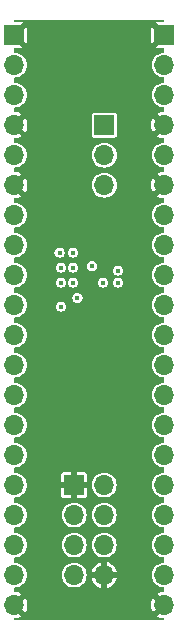
<source format=gbr>
%TF.GenerationSoftware,KiCad,Pcbnew,8.0.0*%
%TF.CreationDate,2024-03-15T10:52:10+11:00*%
%TF.ProjectId,PCAL6534EV-breakout,5043414c-3635-4333-9445-562d62726561,rev?*%
%TF.SameCoordinates,Original*%
%TF.FileFunction,Copper,L5,Inr*%
%TF.FilePolarity,Positive*%
%FSLAX46Y46*%
G04 Gerber Fmt 4.6, Leading zero omitted, Abs format (unit mm)*
G04 Created by KiCad (PCBNEW 8.0.0) date 2024-03-15 10:52:10*
%MOMM*%
%LPD*%
G01*
G04 APERTURE LIST*
%TA.AperFunction,ComponentPad*%
%ADD10R,1.700000X1.700000*%
%TD*%
%TA.AperFunction,ComponentPad*%
%ADD11O,1.700000X1.700000*%
%TD*%
%TA.AperFunction,ViaPad*%
%ADD12C,0.450000*%
%TD*%
%TA.AperFunction,ViaPad*%
%ADD13C,0.800000*%
%TD*%
G04 APERTURE END LIST*
D10*
%TO.N,GND*%
%TO.C,J4*%
X153725000Y-124450000D03*
D11*
%TO.N,P2_0*%
X156265000Y-124450000D03*
%TO.N,P1_6*%
X153725000Y-126990000D03*
%TO.N,P2_2*%
X156265000Y-126990000D03*
%TO.N,P1_7*%
X153725000Y-129530000D03*
%TO.N,P2_1*%
X156265000Y-129530000D03*
%TO.N,P1_4*%
X153725000Y-132070000D03*
%TO.N,GND*%
X156265000Y-132070000D03*
%TD*%
D10*
%TO.N,GND*%
%TO.C,J3*%
X161350000Y-86350000D03*
D11*
%TO.N,+3V3*%
X161350000Y-88890000D03*
%TO.N,VIO*%
X161350000Y-91430000D03*
%TO.N,GND*%
X161350000Y-93970000D03*
%TO.N,/~{RESET}*%
X161350000Y-96510000D03*
%TO.N,GND*%
X161350000Y-99050000D03*
%TO.N,P4_1*%
X161350000Y-101590000D03*
%TO.N,P4_0*%
X161350000Y-104130000D03*
%TO.N,P3_7*%
X161350000Y-106670000D03*
%TO.N,P3_6*%
X161350000Y-109210000D03*
%TO.N,P3_5*%
X161350000Y-111750000D03*
%TO.N,P3_3*%
X161350000Y-114290000D03*
%TO.N,P3_2*%
X161350000Y-116830000D03*
%TO.N,P3_0*%
X161350000Y-119370000D03*
%TO.N,P2_7*%
X161350000Y-121910000D03*
%TO.N,P2_5*%
X161350000Y-124450000D03*
%TO.N,P2_6*%
X161350000Y-126990000D03*
%TO.N,P2_4*%
X161350000Y-129530000D03*
%TO.N,P2_3*%
X161350000Y-132070000D03*
%TO.N,GND*%
X161350000Y-134610000D03*
%TD*%
D10*
%TO.N,GND*%
%TO.C,J2*%
X148650000Y-86350000D03*
D11*
%TO.N,/SCL*%
X148650000Y-88890000D03*
%TO.N,/SDA*%
X148650000Y-91430000D03*
%TO.N,GND*%
X148650000Y-93970000D03*
%TO.N,/~{INT}*%
X148650000Y-96510000D03*
%TO.N,GND*%
X148650000Y-99050000D03*
%TO.N,P3_4*%
X148650000Y-101590000D03*
%TO.N,P0_2*%
X148650000Y-104130000D03*
%TO.N,P0_1*%
X148650000Y-106670000D03*
%TO.N,P0_5*%
X148650000Y-109210000D03*
%TO.N,P0_0*%
X148650000Y-111750000D03*
%TO.N,P0_4*%
X148650000Y-114290000D03*
%TO.N,P0_3*%
X148650000Y-116830000D03*
%TO.N,P0_7*%
X148650000Y-119370000D03*
%TO.N,P0_6*%
X148650000Y-121910000D03*
%TO.N,P1_2*%
X148650000Y-124450000D03*
%TO.N,P1_1*%
X148650000Y-126990000D03*
%TO.N,P1_5*%
X148650000Y-129530000D03*
%TO.N,P1_3*%
X148650000Y-132070000D03*
%TO.N,GND*%
X148650000Y-134610000D03*
%TD*%
D10*
%TO.N,+3V3*%
%TO.C,JP1*%
X156270000Y-93985000D03*
D11*
%TO.N,/V_{DD(P)}*%
X156270000Y-96525000D03*
%TO.N,VIO*%
X156270000Y-99065000D03*
%TD*%
D12*
%TO.N,GND*%
X156777996Y-109605002D03*
D13*
X152460000Y-133975000D03*
X153095000Y-134610000D03*
X153730000Y-133975000D03*
X154365000Y-134610000D03*
D12*
%TO.N,/SDA*%
X153603000Y-107305000D03*
%TO.N,GND*%
X157921002Y-101052000D03*
X157286000Y-95621000D03*
X157413000Y-92827000D03*
X153729998Y-107940000D03*
X151952000Y-109337000D03*
X151825000Y-104765000D03*
X155206978Y-105330000D03*
%TO.N,/ADDR*%
X155200000Y-105908000D03*
%TO.N,GND*%
X156695984Y-106371016D03*
%TO.N,/~{INT}*%
X152586998Y-109337000D03*
X152481000Y-104765000D03*
%TO.N,+3V3*%
X153607000Y-104765000D03*
X157413000Y-106289000D03*
%TO.N,/~{RESET}*%
X157413000Y-107305000D03*
%TO.N,GND*%
X156778000Y-107305000D03*
%TO.N,/V_{DD(P)}*%
X156143000Y-107305000D03*
%TO.N,GND*%
X154247629Y-106035686D03*
X154238000Y-107305000D03*
X151952000Y-107305000D03*
X151952000Y-106035000D03*
%TO.N,/SCL*%
X153602998Y-106035000D03*
%TO.N,Net-(JP4-A)*%
X152587000Y-107305000D03*
X152585883Y-106036117D03*
%TO.N,+3V3*%
X154000000Y-108600000D03*
%TO.N,GND*%
X156500030Y-91152030D03*
D13*
X157540000Y-133975000D03*
X156905000Y-134610000D03*
X156270000Y-133975000D03*
X155635000Y-134610000D03*
X155000000Y-133848000D03*
%TD*%
%TA.AperFunction,Conductor*%
%TO.N,GND*%
G36*
X161337113Y-85092887D02*
G01*
X161350000Y-85124000D01*
X161350000Y-85202000D01*
X161337113Y-85233113D01*
X161306000Y-85246000D01*
X160599554Y-85246000D01*
X161220590Y-85867037D01*
X161157007Y-85884075D01*
X161042993Y-85949901D01*
X160949901Y-86042993D01*
X160884075Y-86157007D01*
X160867037Y-86220591D01*
X160246000Y-85599554D01*
X160246000Y-87100445D01*
X160867036Y-86479407D01*
X160884075Y-86542993D01*
X160949901Y-86657007D01*
X161042993Y-86750099D01*
X161157007Y-86815925D01*
X161220590Y-86832962D01*
X160599554Y-87453999D01*
X161306000Y-87453999D01*
X161337113Y-87466886D01*
X161350000Y-87497999D01*
X161350000Y-87794537D01*
X161337113Y-87825650D01*
X161310313Y-87838325D01*
X161144062Y-87854700D01*
X160946052Y-87914765D01*
X160763552Y-88012313D01*
X160603591Y-88143589D01*
X160603589Y-88143591D01*
X160472313Y-88303552D01*
X160374765Y-88486052D01*
X160314700Y-88684061D01*
X160294417Y-88889998D01*
X160294417Y-88890001D01*
X160314700Y-89095938D01*
X160374765Y-89293947D01*
X160374767Y-89293950D01*
X160374768Y-89293954D01*
X160472315Y-89476450D01*
X160603590Y-89636410D01*
X160763550Y-89767685D01*
X160946046Y-89865232D01*
X160946051Y-89865233D01*
X160946052Y-89865234D01*
X160946051Y-89865234D01*
X161144062Y-89925299D01*
X161144063Y-89925299D01*
X161144066Y-89925300D01*
X161310313Y-89941674D01*
X161340013Y-89957549D01*
X161350000Y-89985462D01*
X161350000Y-90334537D01*
X161337113Y-90365650D01*
X161310313Y-90378325D01*
X161144062Y-90394700D01*
X160946052Y-90454765D01*
X160763552Y-90552313D01*
X160603591Y-90683589D01*
X160603589Y-90683591D01*
X160472313Y-90843552D01*
X160374765Y-91026052D01*
X160314700Y-91224061D01*
X160294417Y-91429998D01*
X160294417Y-91430001D01*
X160314700Y-91635938D01*
X160374765Y-91833947D01*
X160374767Y-91833950D01*
X160374768Y-91833954D01*
X160472315Y-92016450D01*
X160603590Y-92176410D01*
X160763550Y-92307685D01*
X160946046Y-92405232D01*
X160946051Y-92405233D01*
X160946052Y-92405234D01*
X160946051Y-92405234D01*
X161144062Y-92465299D01*
X161144063Y-92465299D01*
X161144066Y-92465300D01*
X161310313Y-92481674D01*
X161340013Y-92497549D01*
X161350000Y-92525462D01*
X161350000Y-92822000D01*
X161337113Y-92853113D01*
X161306000Y-92866000D01*
X161247695Y-92866000D01*
X161046580Y-92903595D01*
X160855795Y-92977507D01*
X160766407Y-93032853D01*
X161220590Y-93487037D01*
X161157007Y-93504075D01*
X161042993Y-93569901D01*
X160949901Y-93662993D01*
X160884075Y-93777007D01*
X160867037Y-93840591D01*
X160409677Y-93383230D01*
X160407340Y-93386326D01*
X160316138Y-93569483D01*
X160260147Y-93766270D01*
X160260147Y-93766273D01*
X160241270Y-93969997D01*
X160241270Y-93970000D01*
X160260147Y-94173726D01*
X160260147Y-94173729D01*
X160316138Y-94370516D01*
X160407339Y-94553670D01*
X160409677Y-94556766D01*
X160867036Y-94099406D01*
X160884075Y-94162993D01*
X160949901Y-94277007D01*
X161042993Y-94370099D01*
X161157007Y-94435925D01*
X161220589Y-94452962D01*
X160766406Y-94907146D01*
X160855797Y-94962494D01*
X161046580Y-95036404D01*
X161247695Y-95073999D01*
X161247701Y-95074000D01*
X161306000Y-95074000D01*
X161337113Y-95086887D01*
X161350000Y-95118000D01*
X161350000Y-95414537D01*
X161337113Y-95445650D01*
X161310313Y-95458325D01*
X161144062Y-95474700D01*
X160946052Y-95534765D01*
X160763552Y-95632313D01*
X160603591Y-95763589D01*
X160603589Y-95763591D01*
X160472313Y-95923552D01*
X160374765Y-96106052D01*
X160314700Y-96304061D01*
X160294417Y-96509998D01*
X160294417Y-96510001D01*
X160314700Y-96715938D01*
X160374765Y-96913947D01*
X160374767Y-96913950D01*
X160374768Y-96913954D01*
X160472315Y-97096450D01*
X160603590Y-97256410D01*
X160763550Y-97387685D01*
X160946046Y-97485232D01*
X160946051Y-97485233D01*
X160946052Y-97485234D01*
X160946051Y-97485234D01*
X161144062Y-97545299D01*
X161144063Y-97545299D01*
X161144066Y-97545300D01*
X161310313Y-97561674D01*
X161340013Y-97577549D01*
X161350000Y-97605462D01*
X161350000Y-97902000D01*
X161337113Y-97933113D01*
X161306000Y-97946000D01*
X161247695Y-97946000D01*
X161046580Y-97983595D01*
X160855795Y-98057507D01*
X160766407Y-98112853D01*
X161220590Y-98567037D01*
X161157007Y-98584075D01*
X161042993Y-98649901D01*
X160949901Y-98742993D01*
X160884075Y-98857007D01*
X160867037Y-98920591D01*
X160409677Y-98463230D01*
X160407340Y-98466326D01*
X160316138Y-98649483D01*
X160260147Y-98846270D01*
X160260147Y-98846273D01*
X160241270Y-99049997D01*
X160241270Y-99050000D01*
X160260147Y-99253726D01*
X160260147Y-99253729D01*
X160316138Y-99450516D01*
X160407339Y-99633670D01*
X160409677Y-99636766D01*
X160867036Y-99179406D01*
X160884075Y-99242993D01*
X160949901Y-99357007D01*
X161042993Y-99450099D01*
X161157007Y-99515925D01*
X161220589Y-99532962D01*
X160766406Y-99987146D01*
X160855797Y-100042494D01*
X161046580Y-100116404D01*
X161247695Y-100153999D01*
X161247701Y-100154000D01*
X161306000Y-100154000D01*
X161337113Y-100166887D01*
X161350000Y-100198000D01*
X161350000Y-100494537D01*
X161337113Y-100525650D01*
X161310313Y-100538325D01*
X161144062Y-100554700D01*
X160946052Y-100614765D01*
X160763552Y-100712313D01*
X160603591Y-100843589D01*
X160603589Y-100843591D01*
X160472313Y-101003552D01*
X160374765Y-101186052D01*
X160314700Y-101384061D01*
X160294417Y-101589998D01*
X160294417Y-101590001D01*
X160314700Y-101795938D01*
X160374765Y-101993947D01*
X160374767Y-101993950D01*
X160374768Y-101993954D01*
X160472315Y-102176450D01*
X160603590Y-102336410D01*
X160763550Y-102467685D01*
X160946046Y-102565232D01*
X160946051Y-102565233D01*
X160946052Y-102565234D01*
X160946051Y-102565234D01*
X161144062Y-102625299D01*
X161144063Y-102625299D01*
X161144066Y-102625300D01*
X161310313Y-102641674D01*
X161340013Y-102657549D01*
X161350000Y-102685462D01*
X161350000Y-103034537D01*
X161337113Y-103065650D01*
X161310313Y-103078325D01*
X161144062Y-103094700D01*
X160946052Y-103154765D01*
X160763552Y-103252313D01*
X160603591Y-103383589D01*
X160603589Y-103383591D01*
X160472313Y-103543552D01*
X160374765Y-103726052D01*
X160314700Y-103924061D01*
X160294417Y-104129998D01*
X160294417Y-104130001D01*
X160314700Y-104335938D01*
X160374765Y-104533947D01*
X160374767Y-104533950D01*
X160374768Y-104533954D01*
X160472315Y-104716450D01*
X160603590Y-104876410D01*
X160763550Y-105007685D01*
X160946046Y-105105232D01*
X160946051Y-105105233D01*
X160946052Y-105105234D01*
X160946051Y-105105234D01*
X161144062Y-105165299D01*
X161144063Y-105165299D01*
X161144066Y-105165300D01*
X161310313Y-105181674D01*
X161340013Y-105197549D01*
X161350000Y-105225462D01*
X161350000Y-105574537D01*
X161337113Y-105605650D01*
X161310313Y-105618325D01*
X161144062Y-105634700D01*
X160946052Y-105694765D01*
X160763552Y-105792313D01*
X160603591Y-105923589D01*
X160603589Y-105923591D01*
X160472313Y-106083552D01*
X160374765Y-106266052D01*
X160314700Y-106464061D01*
X160294417Y-106669998D01*
X160294417Y-106670001D01*
X160314700Y-106875938D01*
X160374765Y-107073947D01*
X160374767Y-107073950D01*
X160374768Y-107073954D01*
X160472315Y-107256450D01*
X160603590Y-107416410D01*
X160763550Y-107547685D01*
X160946046Y-107645232D01*
X160946051Y-107645233D01*
X160946052Y-107645234D01*
X160946051Y-107645234D01*
X161144062Y-107705299D01*
X161144063Y-107705299D01*
X161144066Y-107705300D01*
X161310313Y-107721674D01*
X161340013Y-107737549D01*
X161350000Y-107765462D01*
X161350000Y-108114537D01*
X161337113Y-108145650D01*
X161310313Y-108158325D01*
X161144062Y-108174700D01*
X160946052Y-108234765D01*
X160763552Y-108332313D01*
X160603591Y-108463589D01*
X160603589Y-108463591D01*
X160472313Y-108623552D01*
X160374765Y-108806052D01*
X160314700Y-109004061D01*
X160294417Y-109209998D01*
X160294417Y-109210001D01*
X160314700Y-109415938D01*
X160374765Y-109613947D01*
X160374767Y-109613950D01*
X160374768Y-109613954D01*
X160438331Y-109732871D01*
X160445733Y-109746720D01*
X160472315Y-109796450D01*
X160603590Y-109956410D01*
X160763550Y-110087685D01*
X160946046Y-110185232D01*
X160946051Y-110185233D01*
X160946052Y-110185234D01*
X160946051Y-110185234D01*
X161144062Y-110245299D01*
X161144063Y-110245299D01*
X161144066Y-110245300D01*
X161310313Y-110261674D01*
X161340013Y-110277549D01*
X161350000Y-110305462D01*
X161350000Y-110654537D01*
X161337113Y-110685650D01*
X161310313Y-110698325D01*
X161144062Y-110714700D01*
X160946052Y-110774765D01*
X160763552Y-110872313D01*
X160603591Y-111003589D01*
X160603589Y-111003591D01*
X160472313Y-111163552D01*
X160374765Y-111346052D01*
X160314700Y-111544061D01*
X160294417Y-111749998D01*
X160294417Y-111750001D01*
X160314700Y-111955938D01*
X160374765Y-112153947D01*
X160374767Y-112153950D01*
X160374768Y-112153954D01*
X160472315Y-112336450D01*
X160603590Y-112496410D01*
X160763550Y-112627685D01*
X160946046Y-112725232D01*
X160946051Y-112725233D01*
X160946052Y-112725234D01*
X160946051Y-112725234D01*
X161144062Y-112785299D01*
X161144063Y-112785299D01*
X161144066Y-112785300D01*
X161310313Y-112801674D01*
X161340013Y-112817549D01*
X161350000Y-112845462D01*
X161350000Y-113194537D01*
X161337113Y-113225650D01*
X161310313Y-113238325D01*
X161144062Y-113254700D01*
X160946052Y-113314765D01*
X160763552Y-113412313D01*
X160603591Y-113543589D01*
X160603589Y-113543591D01*
X160472313Y-113703552D01*
X160374765Y-113886052D01*
X160314700Y-114084061D01*
X160294417Y-114289998D01*
X160294417Y-114290001D01*
X160314700Y-114495938D01*
X160374765Y-114693947D01*
X160374767Y-114693950D01*
X160374768Y-114693954D01*
X160472315Y-114876450D01*
X160603590Y-115036410D01*
X160763550Y-115167685D01*
X160946046Y-115265232D01*
X160946051Y-115265233D01*
X160946052Y-115265234D01*
X160946051Y-115265234D01*
X161144062Y-115325299D01*
X161144063Y-115325299D01*
X161144066Y-115325300D01*
X161310313Y-115341674D01*
X161340013Y-115357549D01*
X161350000Y-115385462D01*
X161350000Y-115734537D01*
X161337113Y-115765650D01*
X161310313Y-115778325D01*
X161144062Y-115794700D01*
X160946052Y-115854765D01*
X160763552Y-115952313D01*
X160603591Y-116083589D01*
X160603589Y-116083591D01*
X160472313Y-116243552D01*
X160374765Y-116426052D01*
X160314700Y-116624061D01*
X160294417Y-116829998D01*
X160294417Y-116830001D01*
X160314700Y-117035938D01*
X160374765Y-117233947D01*
X160374767Y-117233950D01*
X160374768Y-117233954D01*
X160472315Y-117416450D01*
X160603590Y-117576410D01*
X160763550Y-117707685D01*
X160946046Y-117805232D01*
X160946051Y-117805233D01*
X160946052Y-117805234D01*
X160946051Y-117805234D01*
X161144062Y-117865299D01*
X161144063Y-117865299D01*
X161144066Y-117865300D01*
X161310313Y-117881674D01*
X161340013Y-117897549D01*
X161350000Y-117925462D01*
X161350000Y-118274537D01*
X161337113Y-118305650D01*
X161310313Y-118318325D01*
X161144062Y-118334700D01*
X160946052Y-118394765D01*
X160763552Y-118492313D01*
X160603591Y-118623589D01*
X160603589Y-118623591D01*
X160472313Y-118783552D01*
X160374765Y-118966052D01*
X160314700Y-119164061D01*
X160294417Y-119369998D01*
X160294417Y-119370001D01*
X160314700Y-119575938D01*
X160374765Y-119773947D01*
X160374767Y-119773950D01*
X160374768Y-119773954D01*
X160472315Y-119956450D01*
X160603590Y-120116410D01*
X160763550Y-120247685D01*
X160946046Y-120345232D01*
X160946051Y-120345233D01*
X160946052Y-120345234D01*
X160946051Y-120345234D01*
X161144062Y-120405299D01*
X161144063Y-120405299D01*
X161144066Y-120405300D01*
X161310313Y-120421674D01*
X161340013Y-120437549D01*
X161350000Y-120465462D01*
X161350000Y-120814537D01*
X161337113Y-120845650D01*
X161310313Y-120858325D01*
X161144062Y-120874700D01*
X160946052Y-120934765D01*
X160763552Y-121032313D01*
X160603591Y-121163589D01*
X160603589Y-121163591D01*
X160472313Y-121323552D01*
X160374765Y-121506052D01*
X160314700Y-121704061D01*
X160294417Y-121909998D01*
X160294417Y-121910001D01*
X160314700Y-122115938D01*
X160374765Y-122313947D01*
X160374767Y-122313950D01*
X160374768Y-122313954D01*
X160472315Y-122496450D01*
X160603590Y-122656410D01*
X160763550Y-122787685D01*
X160946046Y-122885232D01*
X160946051Y-122885233D01*
X160946052Y-122885234D01*
X160946051Y-122885234D01*
X161144062Y-122945299D01*
X161144063Y-122945299D01*
X161144066Y-122945300D01*
X161310313Y-122961674D01*
X161340013Y-122977549D01*
X161350000Y-123005462D01*
X161350000Y-123354537D01*
X161337113Y-123385650D01*
X161310313Y-123398325D01*
X161144062Y-123414700D01*
X160946052Y-123474765D01*
X160763552Y-123572313D01*
X160603591Y-123703589D01*
X160603589Y-123703591D01*
X160472313Y-123863552D01*
X160374765Y-124046052D01*
X160314700Y-124244061D01*
X160294417Y-124449998D01*
X160294417Y-124450001D01*
X160314700Y-124655938D01*
X160374765Y-124853947D01*
X160374767Y-124853950D01*
X160374768Y-124853954D01*
X160472315Y-125036450D01*
X160603590Y-125196410D01*
X160763550Y-125327685D01*
X160946046Y-125425232D01*
X160946051Y-125425233D01*
X160946052Y-125425234D01*
X160946051Y-125425234D01*
X161144062Y-125485299D01*
X161144063Y-125485299D01*
X161144066Y-125485300D01*
X161310313Y-125501674D01*
X161340013Y-125517549D01*
X161350000Y-125545462D01*
X161350000Y-125894537D01*
X161337113Y-125925650D01*
X161310313Y-125938325D01*
X161144062Y-125954700D01*
X160946052Y-126014765D01*
X160763552Y-126112313D01*
X160603591Y-126243589D01*
X160603589Y-126243591D01*
X160472313Y-126403552D01*
X160374765Y-126586052D01*
X160314700Y-126784061D01*
X160294417Y-126989998D01*
X160294417Y-126990001D01*
X160314700Y-127195938D01*
X160374765Y-127393947D01*
X160374767Y-127393950D01*
X160374768Y-127393954D01*
X160472315Y-127576450D01*
X160603590Y-127736410D01*
X160763550Y-127867685D01*
X160946046Y-127965232D01*
X160946051Y-127965233D01*
X160946052Y-127965234D01*
X160946051Y-127965234D01*
X161144062Y-128025299D01*
X161144063Y-128025299D01*
X161144066Y-128025300D01*
X161310313Y-128041674D01*
X161340013Y-128057549D01*
X161350000Y-128085462D01*
X161350000Y-128434537D01*
X161337113Y-128465650D01*
X161310313Y-128478325D01*
X161144062Y-128494700D01*
X160946052Y-128554765D01*
X160763552Y-128652313D01*
X160603591Y-128783589D01*
X160603589Y-128783591D01*
X160472313Y-128943552D01*
X160374765Y-129126052D01*
X160314700Y-129324061D01*
X160294417Y-129529998D01*
X160294417Y-129530001D01*
X160314700Y-129735938D01*
X160374765Y-129933947D01*
X160374767Y-129933950D01*
X160374768Y-129933954D01*
X160472315Y-130116450D01*
X160603590Y-130276410D01*
X160763550Y-130407685D01*
X160946046Y-130505232D01*
X160946051Y-130505233D01*
X160946052Y-130505234D01*
X160946051Y-130505234D01*
X161144062Y-130565299D01*
X161144063Y-130565299D01*
X161144066Y-130565300D01*
X161310313Y-130581674D01*
X161340013Y-130597549D01*
X161350000Y-130625462D01*
X161350000Y-130974537D01*
X161337113Y-131005650D01*
X161310313Y-131018325D01*
X161144062Y-131034700D01*
X160946052Y-131094765D01*
X160763552Y-131192313D01*
X160603591Y-131323589D01*
X160603589Y-131323591D01*
X160472313Y-131483552D01*
X160374765Y-131666052D01*
X160314700Y-131864061D01*
X160294417Y-132069998D01*
X160294417Y-132070001D01*
X160314700Y-132275938D01*
X160374765Y-132473947D01*
X160374767Y-132473950D01*
X160374768Y-132473954D01*
X160426106Y-132570000D01*
X160470831Y-132653675D01*
X160472315Y-132656450D01*
X160603590Y-132816410D01*
X160763550Y-132947685D01*
X160946046Y-133045232D01*
X160946051Y-133045233D01*
X160946052Y-133045234D01*
X160946051Y-133045234D01*
X161144062Y-133105299D01*
X161144063Y-133105299D01*
X161144066Y-133105300D01*
X161310313Y-133121674D01*
X161340013Y-133137549D01*
X161350000Y-133165462D01*
X161350000Y-133462000D01*
X161337113Y-133493113D01*
X161306000Y-133506000D01*
X161247695Y-133506000D01*
X161046580Y-133543595D01*
X160855795Y-133617507D01*
X160766407Y-133672853D01*
X161220590Y-134127037D01*
X161157007Y-134144075D01*
X161042993Y-134209901D01*
X160949901Y-134302993D01*
X160884075Y-134417007D01*
X160867037Y-134480591D01*
X160409677Y-134023230D01*
X160407340Y-134026326D01*
X160316138Y-134209483D01*
X160260147Y-134406270D01*
X160260147Y-134406273D01*
X160241270Y-134609997D01*
X160241270Y-134610000D01*
X160260147Y-134813726D01*
X160260147Y-134813729D01*
X160316138Y-135010516D01*
X160407339Y-135193670D01*
X160409677Y-135196766D01*
X160867036Y-134739406D01*
X160884075Y-134802993D01*
X160949901Y-134917007D01*
X161042993Y-135010099D01*
X161157007Y-135075925D01*
X161220589Y-135092962D01*
X160766406Y-135547146D01*
X160855797Y-135602494D01*
X161046580Y-135676404D01*
X161247695Y-135713999D01*
X161247701Y-135714000D01*
X161306000Y-135714000D01*
X161337113Y-135726887D01*
X161350000Y-135758000D01*
X161350000Y-135836000D01*
X161337113Y-135867113D01*
X161306000Y-135880000D01*
X148694000Y-135880000D01*
X148662887Y-135867113D01*
X148650000Y-135836000D01*
X148650000Y-135758000D01*
X148662887Y-135726887D01*
X148694000Y-135714000D01*
X148752299Y-135714000D01*
X148752304Y-135713999D01*
X148953419Y-135676404D01*
X149144201Y-135602494D01*
X149233592Y-135547146D01*
X148779408Y-135092962D01*
X148842993Y-135075925D01*
X148957007Y-135010099D01*
X149050099Y-134917007D01*
X149115925Y-134802993D01*
X149132962Y-134739409D01*
X149590320Y-135196767D01*
X149590321Y-135196767D01*
X149592659Y-135193672D01*
X149683861Y-135010516D01*
X149739852Y-134813729D01*
X149739852Y-134813726D01*
X149758730Y-134610000D01*
X149758730Y-134609997D01*
X149739852Y-134406273D01*
X149739852Y-134406270D01*
X149683861Y-134209483D01*
X149592661Y-134026329D01*
X149590320Y-134023231D01*
X149132962Y-134480590D01*
X149115925Y-134417007D01*
X149050099Y-134302993D01*
X148957007Y-134209901D01*
X148842993Y-134144075D01*
X148779409Y-134127037D01*
X149233592Y-133672853D01*
X149144204Y-133617506D01*
X148953419Y-133543595D01*
X148752304Y-133506000D01*
X148694000Y-133506000D01*
X148662887Y-133493113D01*
X148650000Y-133462000D01*
X148650000Y-133165462D01*
X148662887Y-133134349D01*
X148689686Y-133121674D01*
X148855934Y-133105300D01*
X148855936Y-133105299D01*
X148855938Y-133105299D01*
X149053947Y-133045234D01*
X149053946Y-133045234D01*
X149053954Y-133045232D01*
X149236450Y-132947685D01*
X149396410Y-132816410D01*
X149527685Y-132656450D01*
X149625232Y-132473954D01*
X149685300Y-132275934D01*
X149705583Y-132070001D01*
X152669417Y-132070001D01*
X152689700Y-132275938D01*
X152749765Y-132473947D01*
X152749767Y-132473950D01*
X152749768Y-132473954D01*
X152801106Y-132570000D01*
X152845831Y-132653675D01*
X152847315Y-132656450D01*
X152978590Y-132816410D01*
X153138550Y-132947685D01*
X153321046Y-133045232D01*
X153321051Y-133045233D01*
X153321052Y-133045234D01*
X153321051Y-133045234D01*
X153519062Y-133105299D01*
X153519063Y-133105299D01*
X153519066Y-133105300D01*
X153685312Y-133121674D01*
X153724999Y-133125583D01*
X153725000Y-133125583D01*
X153725001Y-133125583D01*
X153764688Y-133121674D01*
X153930934Y-133105300D01*
X153930936Y-133105299D01*
X153930938Y-133105299D01*
X154128947Y-133045234D01*
X154128946Y-133045234D01*
X154128954Y-133045232D01*
X154311450Y-132947685D01*
X154471410Y-132816410D01*
X154602685Y-132656450D01*
X154700232Y-132473954D01*
X154746933Y-132320000D01*
X155188312Y-132320000D01*
X155231138Y-132470516D01*
X155322341Y-132653674D01*
X155322342Y-132653675D01*
X155445640Y-132816948D01*
X155596839Y-132954784D01*
X155596840Y-132954785D01*
X155770801Y-133062495D01*
X155961579Y-133136404D01*
X156015000Y-133146389D01*
X156015000Y-132503012D01*
X156072007Y-132535925D01*
X156199174Y-132570000D01*
X156330826Y-132570000D01*
X156457993Y-132535925D01*
X156515000Y-132503012D01*
X156515000Y-133146389D01*
X156568420Y-133136404D01*
X156759198Y-133062495D01*
X156933159Y-132954785D01*
X156933160Y-132954784D01*
X157084359Y-132816948D01*
X157207657Y-132653675D01*
X157207658Y-132653674D01*
X157298861Y-132470516D01*
X157341687Y-132320000D01*
X156698012Y-132320000D01*
X156730925Y-132262993D01*
X156765000Y-132135826D01*
X156765000Y-132004174D01*
X156730925Y-131877007D01*
X156698012Y-131820000D01*
X157341687Y-131820000D01*
X157341687Y-131819999D01*
X157298861Y-131669483D01*
X157207658Y-131486325D01*
X157207657Y-131486324D01*
X157084359Y-131323051D01*
X156933160Y-131185215D01*
X156933159Y-131185214D01*
X156759198Y-131077504D01*
X156568419Y-131003595D01*
X156515000Y-130993609D01*
X156515000Y-131636988D01*
X156457993Y-131604075D01*
X156330826Y-131570000D01*
X156199174Y-131570000D01*
X156072007Y-131604075D01*
X156015000Y-131636988D01*
X156015000Y-130993609D01*
X156014999Y-130993609D01*
X155961580Y-131003595D01*
X155770801Y-131077504D01*
X155596840Y-131185214D01*
X155596839Y-131185215D01*
X155445640Y-131323051D01*
X155322342Y-131486324D01*
X155322341Y-131486325D01*
X155231138Y-131669483D01*
X155188312Y-131819999D01*
X155188313Y-131820000D01*
X155831988Y-131820000D01*
X155799075Y-131877007D01*
X155765000Y-132004174D01*
X155765000Y-132135826D01*
X155799075Y-132262993D01*
X155831988Y-132320000D01*
X155188312Y-132320000D01*
X154746933Y-132320000D01*
X154760300Y-132275934D01*
X154780583Y-132070000D01*
X154760300Y-131864066D01*
X154760299Y-131864063D01*
X154760299Y-131864061D01*
X154700234Y-131666052D01*
X154700233Y-131666051D01*
X154700232Y-131666046D01*
X154602685Y-131483550D01*
X154471410Y-131323590D01*
X154311450Y-131192315D01*
X154311448Y-131192314D01*
X154311447Y-131192313D01*
X154247871Y-131158331D01*
X154128954Y-131094768D01*
X154128950Y-131094767D01*
X154128947Y-131094765D01*
X154128948Y-131094765D01*
X153930937Y-131034700D01*
X153930938Y-131034700D01*
X153725001Y-131014417D01*
X153724999Y-131014417D01*
X153519061Y-131034700D01*
X153321052Y-131094765D01*
X153138552Y-131192313D01*
X152978591Y-131323589D01*
X152978589Y-131323591D01*
X152847313Y-131483552D01*
X152749765Y-131666052D01*
X152689700Y-131864061D01*
X152669417Y-132069998D01*
X152669417Y-132070001D01*
X149705583Y-132070001D01*
X149705583Y-132070000D01*
X149685300Y-131864066D01*
X149685299Y-131864063D01*
X149685299Y-131864061D01*
X149625234Y-131666052D01*
X149625233Y-131666051D01*
X149625232Y-131666046D01*
X149527685Y-131483550D01*
X149396410Y-131323590D01*
X149236450Y-131192315D01*
X149236448Y-131192314D01*
X149236447Y-131192313D01*
X149172871Y-131158331D01*
X149053954Y-131094768D01*
X149053950Y-131094767D01*
X149053947Y-131094765D01*
X149053948Y-131094765D01*
X148855937Y-131034700D01*
X148855938Y-131034700D01*
X148689687Y-131018325D01*
X148659987Y-131002450D01*
X148650000Y-130974537D01*
X148650000Y-130625462D01*
X148662887Y-130594349D01*
X148689686Y-130581674D01*
X148855934Y-130565300D01*
X148855936Y-130565299D01*
X148855938Y-130565299D01*
X149053947Y-130505234D01*
X149053946Y-130505234D01*
X149053954Y-130505232D01*
X149236450Y-130407685D01*
X149396410Y-130276410D01*
X149527685Y-130116450D01*
X149625232Y-129933954D01*
X149685300Y-129735934D01*
X149705583Y-129530001D01*
X152669417Y-129530001D01*
X152689700Y-129735938D01*
X152749765Y-129933947D01*
X152749767Y-129933950D01*
X152749768Y-129933954D01*
X152847315Y-130116450D01*
X152978590Y-130276410D01*
X153138550Y-130407685D01*
X153321046Y-130505232D01*
X153321051Y-130505233D01*
X153321052Y-130505234D01*
X153321051Y-130505234D01*
X153519062Y-130565299D01*
X153519063Y-130565299D01*
X153519066Y-130565300D01*
X153685312Y-130581674D01*
X153724999Y-130585583D01*
X153725000Y-130585583D01*
X153725001Y-130585583D01*
X153764688Y-130581674D01*
X153930934Y-130565300D01*
X153930936Y-130565299D01*
X153930938Y-130565299D01*
X154128947Y-130505234D01*
X154128946Y-130505234D01*
X154128954Y-130505232D01*
X154311450Y-130407685D01*
X154471410Y-130276410D01*
X154602685Y-130116450D01*
X154700232Y-129933954D01*
X154760300Y-129735934D01*
X154780583Y-129530001D01*
X155209417Y-129530001D01*
X155229700Y-129735938D01*
X155289765Y-129933947D01*
X155289767Y-129933950D01*
X155289768Y-129933954D01*
X155387315Y-130116450D01*
X155518590Y-130276410D01*
X155678550Y-130407685D01*
X155861046Y-130505232D01*
X155861051Y-130505233D01*
X155861052Y-130505234D01*
X155861051Y-130505234D01*
X156059062Y-130565299D01*
X156059063Y-130565299D01*
X156059066Y-130565300D01*
X156225312Y-130581674D01*
X156264999Y-130585583D01*
X156265000Y-130585583D01*
X156265001Y-130585583D01*
X156304688Y-130581674D01*
X156470934Y-130565300D01*
X156470936Y-130565299D01*
X156470938Y-130565299D01*
X156668947Y-130505234D01*
X156668946Y-130505234D01*
X156668954Y-130505232D01*
X156851450Y-130407685D01*
X157011410Y-130276410D01*
X157142685Y-130116450D01*
X157240232Y-129933954D01*
X157300300Y-129735934D01*
X157320583Y-129530000D01*
X157300300Y-129324066D01*
X157300299Y-129324063D01*
X157300299Y-129324061D01*
X157240234Y-129126052D01*
X157240233Y-129126051D01*
X157240232Y-129126046D01*
X157142685Y-128943550D01*
X157011410Y-128783590D01*
X156851450Y-128652315D01*
X156851448Y-128652314D01*
X156851447Y-128652313D01*
X156787871Y-128618331D01*
X156668954Y-128554768D01*
X156668950Y-128554767D01*
X156668947Y-128554765D01*
X156668948Y-128554765D01*
X156470937Y-128494700D01*
X156470938Y-128494700D01*
X156265001Y-128474417D01*
X156264999Y-128474417D01*
X156059061Y-128494700D01*
X155861052Y-128554765D01*
X155678552Y-128652313D01*
X155518591Y-128783589D01*
X155518589Y-128783591D01*
X155387313Y-128943552D01*
X155289765Y-129126052D01*
X155229700Y-129324061D01*
X155209417Y-129529998D01*
X155209417Y-129530001D01*
X154780583Y-129530001D01*
X154780583Y-129530000D01*
X154760300Y-129324066D01*
X154760299Y-129324063D01*
X154760299Y-129324061D01*
X154700234Y-129126052D01*
X154700233Y-129126051D01*
X154700232Y-129126046D01*
X154602685Y-128943550D01*
X154471410Y-128783590D01*
X154311450Y-128652315D01*
X154311448Y-128652314D01*
X154311447Y-128652313D01*
X154247871Y-128618331D01*
X154128954Y-128554768D01*
X154128950Y-128554767D01*
X154128947Y-128554765D01*
X154128948Y-128554765D01*
X153930937Y-128494700D01*
X153930938Y-128494700D01*
X153725001Y-128474417D01*
X153724999Y-128474417D01*
X153519061Y-128494700D01*
X153321052Y-128554765D01*
X153138552Y-128652313D01*
X152978591Y-128783589D01*
X152978589Y-128783591D01*
X152847313Y-128943552D01*
X152749765Y-129126052D01*
X152689700Y-129324061D01*
X152669417Y-129529998D01*
X152669417Y-129530001D01*
X149705583Y-129530001D01*
X149705583Y-129530000D01*
X149685300Y-129324066D01*
X149685299Y-129324063D01*
X149685299Y-129324061D01*
X149625234Y-129126052D01*
X149625233Y-129126051D01*
X149625232Y-129126046D01*
X149527685Y-128943550D01*
X149396410Y-128783590D01*
X149236450Y-128652315D01*
X149236448Y-128652314D01*
X149236447Y-128652313D01*
X149172871Y-128618331D01*
X149053954Y-128554768D01*
X149053950Y-128554767D01*
X149053947Y-128554765D01*
X149053948Y-128554765D01*
X148855937Y-128494700D01*
X148855938Y-128494700D01*
X148689687Y-128478325D01*
X148659987Y-128462450D01*
X148650000Y-128434537D01*
X148650000Y-128085462D01*
X148662887Y-128054349D01*
X148689686Y-128041674D01*
X148855934Y-128025300D01*
X148855936Y-128025299D01*
X148855938Y-128025299D01*
X149053947Y-127965234D01*
X149053946Y-127965234D01*
X149053954Y-127965232D01*
X149236450Y-127867685D01*
X149396410Y-127736410D01*
X149527685Y-127576450D01*
X149625232Y-127393954D01*
X149685300Y-127195934D01*
X149705583Y-126990001D01*
X152669417Y-126990001D01*
X152689700Y-127195938D01*
X152749765Y-127393947D01*
X152749767Y-127393950D01*
X152749768Y-127393954D01*
X152847315Y-127576450D01*
X152978590Y-127736410D01*
X153138550Y-127867685D01*
X153321046Y-127965232D01*
X153321051Y-127965233D01*
X153321052Y-127965234D01*
X153321051Y-127965234D01*
X153519062Y-128025299D01*
X153519063Y-128025299D01*
X153519066Y-128025300D01*
X153685312Y-128041674D01*
X153724999Y-128045583D01*
X153725000Y-128045583D01*
X153725001Y-128045583D01*
X153764688Y-128041674D01*
X153930934Y-128025300D01*
X153930936Y-128025299D01*
X153930938Y-128025299D01*
X154128947Y-127965234D01*
X154128946Y-127965234D01*
X154128954Y-127965232D01*
X154311450Y-127867685D01*
X154471410Y-127736410D01*
X154602685Y-127576450D01*
X154700232Y-127393954D01*
X154760300Y-127195934D01*
X154780583Y-126990001D01*
X155209417Y-126990001D01*
X155229700Y-127195938D01*
X155289765Y-127393947D01*
X155289767Y-127393950D01*
X155289768Y-127393954D01*
X155387315Y-127576450D01*
X155518590Y-127736410D01*
X155678550Y-127867685D01*
X155861046Y-127965232D01*
X155861051Y-127965233D01*
X155861052Y-127965234D01*
X155861051Y-127965234D01*
X156059062Y-128025299D01*
X156059063Y-128025299D01*
X156059066Y-128025300D01*
X156225312Y-128041674D01*
X156264999Y-128045583D01*
X156265000Y-128045583D01*
X156265001Y-128045583D01*
X156304688Y-128041674D01*
X156470934Y-128025300D01*
X156470936Y-128025299D01*
X156470938Y-128025299D01*
X156668947Y-127965234D01*
X156668946Y-127965234D01*
X156668954Y-127965232D01*
X156851450Y-127867685D01*
X157011410Y-127736410D01*
X157142685Y-127576450D01*
X157240232Y-127393954D01*
X157300300Y-127195934D01*
X157320583Y-126990000D01*
X157300300Y-126784066D01*
X157300299Y-126784063D01*
X157300299Y-126784061D01*
X157240234Y-126586052D01*
X157240233Y-126586051D01*
X157240232Y-126586046D01*
X157142685Y-126403550D01*
X157011410Y-126243590D01*
X156851450Y-126112315D01*
X156851448Y-126112314D01*
X156851447Y-126112313D01*
X156787871Y-126078331D01*
X156668954Y-126014768D01*
X156668950Y-126014767D01*
X156668947Y-126014765D01*
X156668948Y-126014765D01*
X156470937Y-125954700D01*
X156470938Y-125954700D01*
X156265001Y-125934417D01*
X156264999Y-125934417D01*
X156059061Y-125954700D01*
X155861052Y-126014765D01*
X155678552Y-126112313D01*
X155518591Y-126243589D01*
X155518589Y-126243591D01*
X155387313Y-126403552D01*
X155289765Y-126586052D01*
X155229700Y-126784061D01*
X155209417Y-126989998D01*
X155209417Y-126990001D01*
X154780583Y-126990001D01*
X154780583Y-126990000D01*
X154760300Y-126784066D01*
X154760299Y-126784063D01*
X154760299Y-126784061D01*
X154700234Y-126586052D01*
X154700233Y-126586051D01*
X154700232Y-126586046D01*
X154602685Y-126403550D01*
X154471410Y-126243590D01*
X154311450Y-126112315D01*
X154311448Y-126112314D01*
X154311447Y-126112313D01*
X154247871Y-126078331D01*
X154128954Y-126014768D01*
X154128950Y-126014767D01*
X154128947Y-126014765D01*
X154128948Y-126014765D01*
X153930937Y-125954700D01*
X153930938Y-125954700D01*
X153725001Y-125934417D01*
X153724999Y-125934417D01*
X153519061Y-125954700D01*
X153321052Y-126014765D01*
X153138552Y-126112313D01*
X152978591Y-126243589D01*
X152978589Y-126243591D01*
X152847313Y-126403552D01*
X152749765Y-126586052D01*
X152689700Y-126784061D01*
X152669417Y-126989998D01*
X152669417Y-126990001D01*
X149705583Y-126990001D01*
X149705583Y-126990000D01*
X149685300Y-126784066D01*
X149685299Y-126784063D01*
X149685299Y-126784061D01*
X149625234Y-126586052D01*
X149625233Y-126586051D01*
X149625232Y-126586046D01*
X149527685Y-126403550D01*
X149396410Y-126243590D01*
X149236450Y-126112315D01*
X149236448Y-126112314D01*
X149236447Y-126112313D01*
X149172871Y-126078331D01*
X149053954Y-126014768D01*
X149053950Y-126014767D01*
X149053947Y-126014765D01*
X149053948Y-126014765D01*
X148855937Y-125954700D01*
X148855938Y-125954700D01*
X148689687Y-125938325D01*
X148659987Y-125922450D01*
X148650000Y-125894537D01*
X148650000Y-125545462D01*
X148662887Y-125514349D01*
X148689686Y-125501674D01*
X148855934Y-125485300D01*
X148855936Y-125485299D01*
X148855938Y-125485299D01*
X149053947Y-125425234D01*
X149053946Y-125425234D01*
X149053954Y-125425232D01*
X149236450Y-125327685D01*
X149396410Y-125196410D01*
X149527685Y-125036450D01*
X149625232Y-124853954D01*
X149685300Y-124655934D01*
X149705583Y-124450000D01*
X149685300Y-124244066D01*
X149685299Y-124244063D01*
X149685299Y-124244061D01*
X149671933Y-124199999D01*
X152621000Y-124199999D01*
X152621001Y-124200000D01*
X153291988Y-124200000D01*
X153259075Y-124257007D01*
X153225000Y-124384174D01*
X153225000Y-124515826D01*
X153259075Y-124642993D01*
X153291988Y-124700000D01*
X152621002Y-124700000D01*
X152621001Y-124700001D01*
X152621001Y-125325013D01*
X152635737Y-125399106D01*
X152691875Y-125483122D01*
X152691877Y-125483124D01*
X152775893Y-125539262D01*
X152849986Y-125553999D01*
X153474998Y-125553999D01*
X153475000Y-125553998D01*
X153475000Y-124883012D01*
X153532007Y-124915925D01*
X153659174Y-124950000D01*
X153790826Y-124950000D01*
X153917993Y-124915925D01*
X153975000Y-124883012D01*
X153975000Y-125553998D01*
X153975001Y-125553999D01*
X154600012Y-125553999D01*
X154600013Y-125553998D01*
X154674106Y-125539262D01*
X154758122Y-125483124D01*
X154758124Y-125483122D01*
X154814262Y-125399106D01*
X154829000Y-125325013D01*
X154829000Y-124700001D01*
X154828999Y-124700000D01*
X154158012Y-124700000D01*
X154190925Y-124642993D01*
X154225000Y-124515826D01*
X154225000Y-124450001D01*
X155209417Y-124450001D01*
X155229700Y-124655938D01*
X155289765Y-124853947D01*
X155289767Y-124853950D01*
X155289768Y-124853954D01*
X155387315Y-125036450D01*
X155518590Y-125196410D01*
X155678550Y-125327685D01*
X155861046Y-125425232D01*
X155861051Y-125425233D01*
X155861052Y-125425234D01*
X155861051Y-125425234D01*
X156059062Y-125485299D01*
X156059063Y-125485299D01*
X156059066Y-125485300D01*
X156225312Y-125501674D01*
X156264999Y-125505583D01*
X156265000Y-125505583D01*
X156265001Y-125505583D01*
X156304688Y-125501674D01*
X156470934Y-125485300D01*
X156470936Y-125485299D01*
X156470938Y-125485299D01*
X156668947Y-125425234D01*
X156668946Y-125425234D01*
X156668954Y-125425232D01*
X156851450Y-125327685D01*
X157011410Y-125196410D01*
X157142685Y-125036450D01*
X157240232Y-124853954D01*
X157300300Y-124655934D01*
X157320583Y-124450000D01*
X157300300Y-124244066D01*
X157300299Y-124244063D01*
X157300299Y-124244061D01*
X157240234Y-124046052D01*
X157240233Y-124046051D01*
X157240232Y-124046046D01*
X157142685Y-123863550D01*
X157011410Y-123703590D01*
X156851450Y-123572315D01*
X156851448Y-123572314D01*
X156851447Y-123572313D01*
X156787871Y-123538331D01*
X156668954Y-123474768D01*
X156668950Y-123474767D01*
X156668947Y-123474765D01*
X156668948Y-123474765D01*
X156470937Y-123414700D01*
X156470938Y-123414700D01*
X156265001Y-123394417D01*
X156264999Y-123394417D01*
X156059061Y-123414700D01*
X155861052Y-123474765D01*
X155678552Y-123572313D01*
X155518591Y-123703589D01*
X155518589Y-123703591D01*
X155387313Y-123863552D01*
X155289765Y-124046052D01*
X155229700Y-124244061D01*
X155209417Y-124449998D01*
X155209417Y-124450001D01*
X154225000Y-124450001D01*
X154225000Y-124384174D01*
X154190925Y-124257007D01*
X154158012Y-124200000D01*
X154828998Y-124200000D01*
X154828999Y-124199999D01*
X154828999Y-123574988D01*
X154828998Y-123574986D01*
X154814262Y-123500893D01*
X154758124Y-123416877D01*
X154758122Y-123416875D01*
X154674106Y-123360737D01*
X154600014Y-123346000D01*
X153975001Y-123346000D01*
X153975000Y-123346001D01*
X153975000Y-124016988D01*
X153917993Y-123984075D01*
X153790826Y-123950000D01*
X153659174Y-123950000D01*
X153532007Y-123984075D01*
X153475000Y-124016988D01*
X153475000Y-123346001D01*
X153474999Y-123346000D01*
X152849988Y-123346000D01*
X152849986Y-123346001D01*
X152775893Y-123360737D01*
X152691877Y-123416875D01*
X152691875Y-123416877D01*
X152635737Y-123500893D01*
X152621000Y-123574986D01*
X152621000Y-124199999D01*
X149671933Y-124199999D01*
X149625234Y-124046052D01*
X149625233Y-124046051D01*
X149625232Y-124046046D01*
X149527685Y-123863550D01*
X149396410Y-123703590D01*
X149236450Y-123572315D01*
X149236448Y-123572314D01*
X149236447Y-123572313D01*
X149172871Y-123538331D01*
X149053954Y-123474768D01*
X149053950Y-123474767D01*
X149053947Y-123474765D01*
X149053948Y-123474765D01*
X148855937Y-123414700D01*
X148855938Y-123414700D01*
X148689687Y-123398325D01*
X148659987Y-123382450D01*
X148650000Y-123354537D01*
X148650000Y-123005462D01*
X148662887Y-122974349D01*
X148689686Y-122961674D01*
X148855934Y-122945300D01*
X148855936Y-122945299D01*
X148855938Y-122945299D01*
X149053947Y-122885234D01*
X149053946Y-122885234D01*
X149053954Y-122885232D01*
X149236450Y-122787685D01*
X149396410Y-122656410D01*
X149527685Y-122496450D01*
X149625232Y-122313954D01*
X149685300Y-122115934D01*
X149705583Y-121910000D01*
X149685300Y-121704066D01*
X149685299Y-121704063D01*
X149685299Y-121704061D01*
X149625234Y-121506052D01*
X149625233Y-121506051D01*
X149625232Y-121506046D01*
X149527685Y-121323550D01*
X149396410Y-121163590D01*
X149236450Y-121032315D01*
X149236448Y-121032314D01*
X149236447Y-121032313D01*
X149172871Y-120998331D01*
X149053954Y-120934768D01*
X149053950Y-120934767D01*
X149053947Y-120934765D01*
X149053948Y-120934765D01*
X148855937Y-120874700D01*
X148855938Y-120874700D01*
X148689687Y-120858325D01*
X148659987Y-120842450D01*
X148650000Y-120814537D01*
X148650000Y-120465462D01*
X148662887Y-120434349D01*
X148689686Y-120421674D01*
X148855934Y-120405300D01*
X148855936Y-120405299D01*
X148855938Y-120405299D01*
X149053947Y-120345234D01*
X149053946Y-120345234D01*
X149053954Y-120345232D01*
X149236450Y-120247685D01*
X149396410Y-120116410D01*
X149527685Y-119956450D01*
X149625232Y-119773954D01*
X149685300Y-119575934D01*
X149705583Y-119370000D01*
X149685300Y-119164066D01*
X149685299Y-119164063D01*
X149685299Y-119164061D01*
X149625234Y-118966052D01*
X149625233Y-118966051D01*
X149625232Y-118966046D01*
X149527685Y-118783550D01*
X149396410Y-118623590D01*
X149236450Y-118492315D01*
X149236448Y-118492314D01*
X149236447Y-118492313D01*
X149172871Y-118458331D01*
X149053954Y-118394768D01*
X149053950Y-118394767D01*
X149053947Y-118394765D01*
X149053948Y-118394765D01*
X148855937Y-118334700D01*
X148855938Y-118334700D01*
X148689687Y-118318325D01*
X148659987Y-118302450D01*
X148650000Y-118274537D01*
X148650000Y-117925462D01*
X148662887Y-117894349D01*
X148689686Y-117881674D01*
X148855934Y-117865300D01*
X148855936Y-117865299D01*
X148855938Y-117865299D01*
X149053947Y-117805234D01*
X149053946Y-117805234D01*
X149053954Y-117805232D01*
X149236450Y-117707685D01*
X149396410Y-117576410D01*
X149527685Y-117416450D01*
X149625232Y-117233954D01*
X149685300Y-117035934D01*
X149705583Y-116830000D01*
X149685300Y-116624066D01*
X149685299Y-116624063D01*
X149685299Y-116624061D01*
X149625234Y-116426052D01*
X149625233Y-116426051D01*
X149625232Y-116426046D01*
X149527685Y-116243550D01*
X149396410Y-116083590D01*
X149236450Y-115952315D01*
X149236448Y-115952314D01*
X149236447Y-115952313D01*
X149172871Y-115918331D01*
X149053954Y-115854768D01*
X149053950Y-115854767D01*
X149053947Y-115854765D01*
X149053948Y-115854765D01*
X148855937Y-115794700D01*
X148855938Y-115794700D01*
X148689687Y-115778325D01*
X148659987Y-115762450D01*
X148650000Y-115734537D01*
X148650000Y-115385462D01*
X148662887Y-115354349D01*
X148689686Y-115341674D01*
X148855934Y-115325300D01*
X148855936Y-115325299D01*
X148855938Y-115325299D01*
X149053947Y-115265234D01*
X149053946Y-115265234D01*
X149053954Y-115265232D01*
X149236450Y-115167685D01*
X149396410Y-115036410D01*
X149527685Y-114876450D01*
X149625232Y-114693954D01*
X149685300Y-114495934D01*
X149705583Y-114290000D01*
X149685300Y-114084066D01*
X149685299Y-114084063D01*
X149685299Y-114084061D01*
X149625234Y-113886052D01*
X149625233Y-113886051D01*
X149625232Y-113886046D01*
X149527685Y-113703550D01*
X149396410Y-113543590D01*
X149236450Y-113412315D01*
X149236448Y-113412314D01*
X149236447Y-113412313D01*
X149172871Y-113378331D01*
X149053954Y-113314768D01*
X149053950Y-113314767D01*
X149053947Y-113314765D01*
X149053948Y-113314765D01*
X148855937Y-113254700D01*
X148855938Y-113254700D01*
X148689687Y-113238325D01*
X148659987Y-113222450D01*
X148650000Y-113194537D01*
X148650000Y-112845462D01*
X148662887Y-112814349D01*
X148689686Y-112801674D01*
X148855934Y-112785300D01*
X148855936Y-112785299D01*
X148855938Y-112785299D01*
X149053947Y-112725234D01*
X149053946Y-112725234D01*
X149053954Y-112725232D01*
X149236450Y-112627685D01*
X149396410Y-112496410D01*
X149527685Y-112336450D01*
X149625232Y-112153954D01*
X149685300Y-111955934D01*
X149705583Y-111750000D01*
X149685300Y-111544066D01*
X149685299Y-111544063D01*
X149685299Y-111544061D01*
X149625234Y-111346052D01*
X149625233Y-111346051D01*
X149625232Y-111346046D01*
X149527685Y-111163550D01*
X149396410Y-111003590D01*
X149236450Y-110872315D01*
X149236448Y-110872314D01*
X149236447Y-110872313D01*
X149172871Y-110838331D01*
X149053954Y-110774768D01*
X149053950Y-110774767D01*
X149053947Y-110774765D01*
X149053948Y-110774765D01*
X148855937Y-110714700D01*
X148855938Y-110714700D01*
X148689687Y-110698325D01*
X148659987Y-110682450D01*
X148650000Y-110654537D01*
X148650000Y-110305462D01*
X148662887Y-110274349D01*
X148689686Y-110261674D01*
X148855934Y-110245300D01*
X148855936Y-110245299D01*
X148855938Y-110245299D01*
X149053947Y-110185234D01*
X149053946Y-110185234D01*
X149053954Y-110185232D01*
X149236450Y-110087685D01*
X149396410Y-109956410D01*
X149527685Y-109796450D01*
X149625232Y-109613954D01*
X149668862Y-109470123D01*
X149685299Y-109415938D01*
X149685299Y-109415936D01*
X149685300Y-109415934D01*
X149693074Y-109337002D01*
X152156194Y-109337002D01*
X152177277Y-109470122D01*
X152177278Y-109470123D01*
X152177278Y-109470124D01*
X152177279Y-109470126D01*
X152238470Y-109590220D01*
X152333778Y-109685528D01*
X152453872Y-109746719D01*
X152453874Y-109746719D01*
X152453875Y-109746720D01*
X152586996Y-109767804D01*
X152586998Y-109767804D01*
X152587000Y-109767804D01*
X152720120Y-109746720D01*
X152720120Y-109746719D01*
X152720124Y-109746719D01*
X152840218Y-109685528D01*
X152935526Y-109590220D01*
X152996717Y-109470126D01*
X153017802Y-109337000D01*
X153017802Y-109336997D01*
X152996718Y-109203877D01*
X152996717Y-109203876D01*
X152996717Y-109203874D01*
X152935526Y-109083780D01*
X152840218Y-108988472D01*
X152720124Y-108927281D01*
X152720122Y-108927280D01*
X152720121Y-108927280D01*
X152720120Y-108927279D01*
X152587000Y-108906196D01*
X152586996Y-108906196D01*
X152453875Y-108927279D01*
X152453874Y-108927280D01*
X152333779Y-108988471D01*
X152238469Y-109083781D01*
X152177278Y-109203876D01*
X152177277Y-109203877D01*
X152156194Y-109336997D01*
X152156194Y-109337002D01*
X149693074Y-109337002D01*
X149705583Y-109210000D01*
X149685300Y-109004066D01*
X149685299Y-109004063D01*
X149685299Y-109004061D01*
X149625234Y-108806052D01*
X149625233Y-108806051D01*
X149625232Y-108806046D01*
X149527685Y-108623550D01*
X149508360Y-108600002D01*
X153569196Y-108600002D01*
X153590279Y-108733122D01*
X153590280Y-108733123D01*
X153590280Y-108733124D01*
X153590281Y-108733126D01*
X153651472Y-108853220D01*
X153746780Y-108948528D01*
X153866874Y-109009719D01*
X153866876Y-109009719D01*
X153866877Y-109009720D01*
X153999998Y-109030804D01*
X154000000Y-109030804D01*
X154000002Y-109030804D01*
X154133122Y-109009720D01*
X154133122Y-109009719D01*
X154133126Y-109009719D01*
X154253220Y-108948528D01*
X154348528Y-108853220D01*
X154409719Y-108733126D01*
X154430804Y-108600000D01*
X154430804Y-108599997D01*
X154409720Y-108466877D01*
X154409719Y-108466876D01*
X154409719Y-108466874D01*
X154348528Y-108346780D01*
X154253220Y-108251472D01*
X154133126Y-108190281D01*
X154133124Y-108190280D01*
X154133123Y-108190280D01*
X154133122Y-108190279D01*
X154000002Y-108169196D01*
X153999998Y-108169196D01*
X153866877Y-108190279D01*
X153866876Y-108190280D01*
X153746781Y-108251471D01*
X153651471Y-108346781D01*
X153590280Y-108466876D01*
X153590279Y-108466877D01*
X153569196Y-108599997D01*
X153569196Y-108600002D01*
X149508360Y-108600002D01*
X149396410Y-108463590D01*
X149236450Y-108332315D01*
X149236448Y-108332314D01*
X149236447Y-108332313D01*
X149172871Y-108298331D01*
X149053954Y-108234768D01*
X149053950Y-108234767D01*
X149053947Y-108234765D01*
X149053948Y-108234765D01*
X148855937Y-108174700D01*
X148855938Y-108174700D01*
X148689687Y-108158325D01*
X148659987Y-108142450D01*
X148650000Y-108114537D01*
X148650000Y-107765462D01*
X148662887Y-107734349D01*
X148689686Y-107721674D01*
X148855934Y-107705300D01*
X148855936Y-107705299D01*
X148855938Y-107705299D01*
X149053947Y-107645234D01*
X149053946Y-107645234D01*
X149053954Y-107645232D01*
X149236450Y-107547685D01*
X149396410Y-107416410D01*
X149487840Y-107305002D01*
X152156196Y-107305002D01*
X152177279Y-107438122D01*
X152177280Y-107438123D01*
X152177280Y-107438124D01*
X152177281Y-107438126D01*
X152238472Y-107558220D01*
X152333780Y-107653528D01*
X152453874Y-107714719D01*
X152453876Y-107714719D01*
X152453877Y-107714720D01*
X152586998Y-107735804D01*
X152587000Y-107735804D01*
X152587002Y-107735804D01*
X152720122Y-107714720D01*
X152720122Y-107714719D01*
X152720126Y-107714719D01*
X152840220Y-107653528D01*
X152935528Y-107558220D01*
X152996719Y-107438126D01*
X153000159Y-107416410D01*
X153017804Y-107305002D01*
X153172196Y-107305002D01*
X153193279Y-107438122D01*
X153193280Y-107438123D01*
X153193280Y-107438124D01*
X153193281Y-107438126D01*
X153254472Y-107558220D01*
X153349780Y-107653528D01*
X153469874Y-107714719D01*
X153469876Y-107714719D01*
X153469877Y-107714720D01*
X153602998Y-107735804D01*
X153603000Y-107735804D01*
X153603002Y-107735804D01*
X153736122Y-107714720D01*
X153736122Y-107714719D01*
X153736126Y-107714719D01*
X153856220Y-107653528D01*
X153951528Y-107558220D01*
X154012719Y-107438126D01*
X154016159Y-107416410D01*
X154033804Y-107305002D01*
X155712196Y-107305002D01*
X155733279Y-107438122D01*
X155733280Y-107438123D01*
X155733280Y-107438124D01*
X155733281Y-107438126D01*
X155794472Y-107558220D01*
X155889780Y-107653528D01*
X156009874Y-107714719D01*
X156009876Y-107714719D01*
X156009877Y-107714720D01*
X156142998Y-107735804D01*
X156143000Y-107735804D01*
X156143002Y-107735804D01*
X156276122Y-107714720D01*
X156276122Y-107714719D01*
X156276126Y-107714719D01*
X156396220Y-107653528D01*
X156491528Y-107558220D01*
X156552719Y-107438126D01*
X156556159Y-107416410D01*
X156573804Y-107305002D01*
X156982196Y-107305002D01*
X157003279Y-107438122D01*
X157003280Y-107438123D01*
X157003280Y-107438124D01*
X157003281Y-107438126D01*
X157064472Y-107558220D01*
X157159780Y-107653528D01*
X157279874Y-107714719D01*
X157279876Y-107714719D01*
X157279877Y-107714720D01*
X157412998Y-107735804D01*
X157413000Y-107735804D01*
X157413002Y-107735804D01*
X157546122Y-107714720D01*
X157546122Y-107714719D01*
X157546126Y-107714719D01*
X157666220Y-107653528D01*
X157761528Y-107558220D01*
X157822719Y-107438126D01*
X157826159Y-107416410D01*
X157843804Y-107305002D01*
X157843804Y-107304997D01*
X157822720Y-107171877D01*
X157822719Y-107171876D01*
X157822719Y-107171874D01*
X157761528Y-107051780D01*
X157666220Y-106956472D01*
X157546126Y-106895281D01*
X157546124Y-106895280D01*
X157546123Y-106895280D01*
X157546122Y-106895279D01*
X157413002Y-106874196D01*
X157412998Y-106874196D01*
X157279877Y-106895279D01*
X157279876Y-106895280D01*
X157159781Y-106956471D01*
X157064471Y-107051781D01*
X157003280Y-107171876D01*
X157003279Y-107171877D01*
X156982196Y-107304997D01*
X156982196Y-107305002D01*
X156573804Y-107305002D01*
X156573804Y-107304997D01*
X156552720Y-107171877D01*
X156552719Y-107171876D01*
X156552719Y-107171874D01*
X156491528Y-107051780D01*
X156396220Y-106956472D01*
X156276126Y-106895281D01*
X156276124Y-106895280D01*
X156276123Y-106895280D01*
X156276122Y-106895279D01*
X156143002Y-106874196D01*
X156142998Y-106874196D01*
X156009877Y-106895279D01*
X156009876Y-106895280D01*
X155889781Y-106956471D01*
X155794471Y-107051781D01*
X155733280Y-107171876D01*
X155733279Y-107171877D01*
X155712196Y-107304997D01*
X155712196Y-107305002D01*
X154033804Y-107305002D01*
X154033804Y-107304997D01*
X154012720Y-107171877D01*
X154012719Y-107171876D01*
X154012719Y-107171874D01*
X153951528Y-107051780D01*
X153856220Y-106956472D01*
X153736126Y-106895281D01*
X153736124Y-106895280D01*
X153736123Y-106895280D01*
X153736122Y-106895279D01*
X153603002Y-106874196D01*
X153602998Y-106874196D01*
X153469877Y-106895279D01*
X153469876Y-106895280D01*
X153349781Y-106956471D01*
X153254471Y-107051781D01*
X153193280Y-107171876D01*
X153193279Y-107171877D01*
X153172196Y-107304997D01*
X153172196Y-107305002D01*
X153017804Y-107305002D01*
X153017804Y-107304997D01*
X152996720Y-107171877D01*
X152996719Y-107171876D01*
X152996719Y-107171874D01*
X152935528Y-107051780D01*
X152840220Y-106956472D01*
X152720126Y-106895281D01*
X152720124Y-106895280D01*
X152720123Y-106895280D01*
X152720122Y-106895279D01*
X152587002Y-106874196D01*
X152586998Y-106874196D01*
X152453877Y-106895279D01*
X152453876Y-106895280D01*
X152333781Y-106956471D01*
X152238471Y-107051781D01*
X152177280Y-107171876D01*
X152177279Y-107171877D01*
X152156196Y-107304997D01*
X152156196Y-107305002D01*
X149487840Y-107305002D01*
X149527685Y-107256450D01*
X149625232Y-107073954D01*
X149685300Y-106875934D01*
X149705583Y-106670000D01*
X149685300Y-106464066D01*
X149685299Y-106464063D01*
X149685299Y-106464061D01*
X149625234Y-106266052D01*
X149625233Y-106266051D01*
X149625232Y-106266046D01*
X149527685Y-106083550D01*
X149488760Y-106036119D01*
X152155079Y-106036119D01*
X152176162Y-106169239D01*
X152176163Y-106169240D01*
X152176163Y-106169241D01*
X152176164Y-106169243D01*
X152237355Y-106289337D01*
X152332663Y-106384645D01*
X152452757Y-106445836D01*
X152452759Y-106445836D01*
X152452760Y-106445837D01*
X152585881Y-106466921D01*
X152585883Y-106466921D01*
X152585885Y-106466921D01*
X152719005Y-106445837D01*
X152719005Y-106445836D01*
X152719009Y-106445836D01*
X152839103Y-106384645D01*
X152934411Y-106289337D01*
X152995602Y-106169243D01*
X152995780Y-106168123D01*
X153016687Y-106036119D01*
X153016687Y-106036114D01*
X153016511Y-106035002D01*
X153172194Y-106035002D01*
X153193277Y-106168122D01*
X153193278Y-106168123D01*
X153193278Y-106168124D01*
X153193279Y-106168126D01*
X153254470Y-106288220D01*
X153349778Y-106383528D01*
X153469872Y-106444719D01*
X153469874Y-106444719D01*
X153469875Y-106444720D01*
X153602996Y-106465804D01*
X153602998Y-106465804D01*
X153603000Y-106465804D01*
X153736120Y-106444720D01*
X153736120Y-106444719D01*
X153736124Y-106444719D01*
X153856218Y-106383528D01*
X153951526Y-106288220D01*
X154012717Y-106168126D01*
X154014658Y-106155876D01*
X154033802Y-106035002D01*
X154033802Y-106034997D01*
X154013688Y-105908002D01*
X154769196Y-105908002D01*
X154790279Y-106041122D01*
X154790280Y-106041123D01*
X154790280Y-106041124D01*
X154790281Y-106041126D01*
X154851472Y-106161220D01*
X154946780Y-106256528D01*
X155066874Y-106317719D01*
X155066876Y-106317719D01*
X155066877Y-106317720D01*
X155199998Y-106338804D01*
X155200000Y-106338804D01*
X155200002Y-106338804D01*
X155333122Y-106317720D01*
X155333122Y-106317719D01*
X155333126Y-106317719D01*
X155389486Y-106289002D01*
X156982196Y-106289002D01*
X157003279Y-106422122D01*
X157003280Y-106422123D01*
X157003280Y-106422124D01*
X157003281Y-106422126D01*
X157064472Y-106542220D01*
X157159780Y-106637528D01*
X157279874Y-106698719D01*
X157279876Y-106698719D01*
X157279877Y-106698720D01*
X157412998Y-106719804D01*
X157413000Y-106719804D01*
X157413002Y-106719804D01*
X157546122Y-106698720D01*
X157546122Y-106698719D01*
X157546126Y-106698719D01*
X157666220Y-106637528D01*
X157761528Y-106542220D01*
X157822719Y-106422126D01*
X157828656Y-106384645D01*
X157843804Y-106289002D01*
X157843804Y-106288997D01*
X157822720Y-106155877D01*
X157822719Y-106155876D01*
X157822719Y-106155874D01*
X157761528Y-106035780D01*
X157666220Y-105940472D01*
X157546126Y-105879281D01*
X157546124Y-105879280D01*
X157546123Y-105879280D01*
X157546122Y-105879279D01*
X157413002Y-105858196D01*
X157412998Y-105858196D01*
X157279877Y-105879279D01*
X157279876Y-105879280D01*
X157159781Y-105940471D01*
X157064471Y-106035781D01*
X157003280Y-106155876D01*
X157003279Y-106155877D01*
X156982196Y-106288997D01*
X156982196Y-106289002D01*
X155389486Y-106289002D01*
X155453220Y-106256528D01*
X155548528Y-106161220D01*
X155609719Y-106041126D01*
X155610513Y-106036117D01*
X155630804Y-105908002D01*
X155630804Y-105907997D01*
X155609720Y-105774877D01*
X155609719Y-105774876D01*
X155609719Y-105774874D01*
X155548528Y-105654780D01*
X155453220Y-105559472D01*
X155333126Y-105498281D01*
X155333124Y-105498280D01*
X155333123Y-105498280D01*
X155333122Y-105498279D01*
X155200002Y-105477196D01*
X155199998Y-105477196D01*
X155066877Y-105498279D01*
X155066876Y-105498280D01*
X154946781Y-105559471D01*
X154851471Y-105654781D01*
X154790280Y-105774876D01*
X154790279Y-105774877D01*
X154769196Y-105907997D01*
X154769196Y-105908002D01*
X154013688Y-105908002D01*
X154012718Y-105901877D01*
X154012717Y-105901876D01*
X154012717Y-105901874D01*
X153951526Y-105781780D01*
X153856218Y-105686472D01*
X153736124Y-105625281D01*
X153736122Y-105625280D01*
X153736121Y-105625280D01*
X153736120Y-105625279D01*
X153603000Y-105604196D01*
X153602996Y-105604196D01*
X153469875Y-105625279D01*
X153469874Y-105625280D01*
X153349779Y-105686471D01*
X153254469Y-105781781D01*
X153193278Y-105901876D01*
X153193277Y-105901877D01*
X153172194Y-106034997D01*
X153172194Y-106035002D01*
X153016511Y-106035002D01*
X152995603Y-105902994D01*
X152995602Y-105902993D01*
X152995602Y-105902991D01*
X152934411Y-105782897D01*
X152839103Y-105687589D01*
X152719009Y-105626398D01*
X152719007Y-105626397D01*
X152719006Y-105626397D01*
X152719005Y-105626396D01*
X152585885Y-105605313D01*
X152585881Y-105605313D01*
X152452760Y-105626396D01*
X152452759Y-105626397D01*
X152332664Y-105687588D01*
X152237354Y-105782898D01*
X152176163Y-105902993D01*
X152176162Y-105902994D01*
X152155079Y-106036114D01*
X152155079Y-106036119D01*
X149488760Y-106036119D01*
X149396410Y-105923590D01*
X149236450Y-105792315D01*
X149236448Y-105792314D01*
X149236447Y-105792313D01*
X149172871Y-105758331D01*
X149053954Y-105694768D01*
X149053950Y-105694767D01*
X149053947Y-105694765D01*
X149053948Y-105694765D01*
X148855937Y-105634700D01*
X148855938Y-105634700D01*
X148689687Y-105618325D01*
X148659987Y-105602450D01*
X148650000Y-105574537D01*
X148650000Y-105225462D01*
X148662887Y-105194349D01*
X148689686Y-105181674D01*
X148855934Y-105165300D01*
X148855936Y-105165299D01*
X148855938Y-105165299D01*
X149053947Y-105105234D01*
X149053946Y-105105234D01*
X149053954Y-105105232D01*
X149236450Y-105007685D01*
X149396410Y-104876410D01*
X149487840Y-104765002D01*
X152050196Y-104765002D01*
X152071279Y-104898122D01*
X152071280Y-104898123D01*
X152071280Y-104898124D01*
X152071281Y-104898126D01*
X152132472Y-105018220D01*
X152227780Y-105113528D01*
X152347874Y-105174719D01*
X152347876Y-105174719D01*
X152347877Y-105174720D01*
X152480998Y-105195804D01*
X152481000Y-105195804D01*
X152481002Y-105195804D01*
X152614122Y-105174720D01*
X152614122Y-105174719D01*
X152614126Y-105174719D01*
X152734220Y-105113528D01*
X152829528Y-105018220D01*
X152890719Y-104898126D01*
X152894159Y-104876410D01*
X152911804Y-104765002D01*
X153176196Y-104765002D01*
X153197279Y-104898122D01*
X153197280Y-104898123D01*
X153197280Y-104898124D01*
X153197281Y-104898126D01*
X153258472Y-105018220D01*
X153353780Y-105113528D01*
X153473874Y-105174719D01*
X153473876Y-105174719D01*
X153473877Y-105174720D01*
X153606998Y-105195804D01*
X153607000Y-105195804D01*
X153607002Y-105195804D01*
X153740122Y-105174720D01*
X153740122Y-105174719D01*
X153740126Y-105174719D01*
X153860220Y-105113528D01*
X153955528Y-105018220D01*
X154016719Y-104898126D01*
X154020159Y-104876410D01*
X154037804Y-104765002D01*
X154037804Y-104764997D01*
X154016720Y-104631877D01*
X154016719Y-104631876D01*
X154016719Y-104631874D01*
X153955528Y-104511780D01*
X153860220Y-104416472D01*
X153740126Y-104355281D01*
X153740124Y-104355280D01*
X153740123Y-104355280D01*
X153740122Y-104355279D01*
X153607002Y-104334196D01*
X153606998Y-104334196D01*
X153473877Y-104355279D01*
X153473876Y-104355280D01*
X153353781Y-104416471D01*
X153258471Y-104511781D01*
X153197280Y-104631876D01*
X153197279Y-104631877D01*
X153176196Y-104764997D01*
X153176196Y-104765002D01*
X152911804Y-104765002D01*
X152911804Y-104764997D01*
X152890720Y-104631877D01*
X152890719Y-104631876D01*
X152890719Y-104631874D01*
X152829528Y-104511780D01*
X152734220Y-104416472D01*
X152614126Y-104355281D01*
X152614124Y-104355280D01*
X152614123Y-104355280D01*
X152614122Y-104355279D01*
X152481002Y-104334196D01*
X152480998Y-104334196D01*
X152347877Y-104355279D01*
X152347876Y-104355280D01*
X152227781Y-104416471D01*
X152132471Y-104511781D01*
X152071280Y-104631876D01*
X152071279Y-104631877D01*
X152050196Y-104764997D01*
X152050196Y-104765002D01*
X149487840Y-104765002D01*
X149527685Y-104716450D01*
X149625232Y-104533954D01*
X149685300Y-104335934D01*
X149705583Y-104130000D01*
X149685300Y-103924066D01*
X149685299Y-103924063D01*
X149685299Y-103924061D01*
X149625234Y-103726052D01*
X149625233Y-103726051D01*
X149625232Y-103726046D01*
X149527685Y-103543550D01*
X149396410Y-103383590D01*
X149236450Y-103252315D01*
X149236448Y-103252314D01*
X149236447Y-103252313D01*
X149172871Y-103218331D01*
X149053954Y-103154768D01*
X149053950Y-103154767D01*
X149053947Y-103154765D01*
X149053948Y-103154765D01*
X148855937Y-103094700D01*
X148855938Y-103094700D01*
X148689687Y-103078325D01*
X148659987Y-103062450D01*
X148650000Y-103034537D01*
X148650000Y-102685462D01*
X148662887Y-102654349D01*
X148689686Y-102641674D01*
X148855934Y-102625300D01*
X148855936Y-102625299D01*
X148855938Y-102625299D01*
X149053947Y-102565234D01*
X149053946Y-102565234D01*
X149053954Y-102565232D01*
X149236450Y-102467685D01*
X149396410Y-102336410D01*
X149527685Y-102176450D01*
X149625232Y-101993954D01*
X149685300Y-101795934D01*
X149705583Y-101590000D01*
X149685300Y-101384066D01*
X149685299Y-101384063D01*
X149685299Y-101384061D01*
X149625234Y-101186052D01*
X149625233Y-101186051D01*
X149625232Y-101186046D01*
X149527685Y-101003550D01*
X149396410Y-100843590D01*
X149236450Y-100712315D01*
X149236448Y-100712314D01*
X149236447Y-100712313D01*
X149172871Y-100678331D01*
X149053954Y-100614768D01*
X149053950Y-100614767D01*
X149053947Y-100614765D01*
X149053948Y-100614765D01*
X148855937Y-100554700D01*
X148855938Y-100554700D01*
X148689687Y-100538325D01*
X148659987Y-100522450D01*
X148650000Y-100494537D01*
X148650000Y-100198000D01*
X148662887Y-100166887D01*
X148694000Y-100154000D01*
X148752299Y-100154000D01*
X148752304Y-100153999D01*
X148953419Y-100116404D01*
X149144201Y-100042494D01*
X149233592Y-99987146D01*
X148779408Y-99532962D01*
X148842993Y-99515925D01*
X148957007Y-99450099D01*
X149050099Y-99357007D01*
X149115925Y-99242993D01*
X149132962Y-99179409D01*
X149590320Y-99636767D01*
X149590321Y-99636767D01*
X149592659Y-99633672D01*
X149683861Y-99450516D01*
X149739852Y-99253729D01*
X149739852Y-99253726D01*
X149757340Y-99065001D01*
X155214417Y-99065001D01*
X155234700Y-99270938D01*
X155294765Y-99468947D01*
X155294767Y-99468950D01*
X155294768Y-99468954D01*
X155358331Y-99587871D01*
X155384466Y-99636767D01*
X155392315Y-99651450D01*
X155523590Y-99811410D01*
X155683550Y-99942685D01*
X155866046Y-100040232D01*
X155866051Y-100040233D01*
X155866052Y-100040234D01*
X155866051Y-100040234D01*
X156064062Y-100100299D01*
X156064063Y-100100299D01*
X156064066Y-100100300D01*
X156236529Y-100117286D01*
X156269999Y-100120583D01*
X156270000Y-100120583D01*
X156270001Y-100120583D01*
X156298791Y-100117747D01*
X156475934Y-100100300D01*
X156475936Y-100100299D01*
X156475938Y-100100299D01*
X156673947Y-100040234D01*
X156673946Y-100040234D01*
X156673954Y-100040232D01*
X156856450Y-99942685D01*
X157016410Y-99811410D01*
X157147685Y-99651450D01*
X157245232Y-99468954D01*
X157305300Y-99270934D01*
X157325583Y-99065000D01*
X157305300Y-98859066D01*
X157305299Y-98859063D01*
X157305299Y-98859061D01*
X157245234Y-98661052D01*
X157245233Y-98661051D01*
X157245232Y-98661046D01*
X157147685Y-98478550D01*
X157016410Y-98318590D01*
X156856450Y-98187315D01*
X156856448Y-98187314D01*
X156856447Y-98187313D01*
X156792871Y-98153331D01*
X156673954Y-98089768D01*
X156673950Y-98089767D01*
X156673947Y-98089765D01*
X156673948Y-98089765D01*
X156475937Y-98029700D01*
X156475938Y-98029700D01*
X156270001Y-98009417D01*
X156269999Y-98009417D01*
X156064061Y-98029700D01*
X155866052Y-98089765D01*
X155683552Y-98187313D01*
X155523591Y-98318589D01*
X155523589Y-98318591D01*
X155392313Y-98478552D01*
X155294765Y-98661052D01*
X155234700Y-98859061D01*
X155214417Y-99064998D01*
X155214417Y-99065001D01*
X149757340Y-99065001D01*
X149758730Y-99050000D01*
X149758730Y-99049997D01*
X149739852Y-98846273D01*
X149739852Y-98846270D01*
X149683861Y-98649483D01*
X149592661Y-98466329D01*
X149590320Y-98463231D01*
X149132962Y-98920590D01*
X149115925Y-98857007D01*
X149050099Y-98742993D01*
X148957007Y-98649901D01*
X148842993Y-98584075D01*
X148779409Y-98567037D01*
X149233592Y-98112853D01*
X149144204Y-98057506D01*
X148953419Y-97983595D01*
X148752304Y-97946000D01*
X148694000Y-97946000D01*
X148662887Y-97933113D01*
X148650000Y-97902000D01*
X148650000Y-97605462D01*
X148662887Y-97574349D01*
X148689686Y-97561674D01*
X148855934Y-97545300D01*
X148855936Y-97545299D01*
X148855938Y-97545299D01*
X149053947Y-97485234D01*
X149053946Y-97485234D01*
X149053954Y-97485232D01*
X149236450Y-97387685D01*
X149396410Y-97256410D01*
X149527685Y-97096450D01*
X149625232Y-96913954D01*
X149685300Y-96715934D01*
X149704106Y-96525001D01*
X155214417Y-96525001D01*
X155234700Y-96730938D01*
X155294765Y-96928947D01*
X155294767Y-96928950D01*
X155294768Y-96928954D01*
X155358331Y-97047871D01*
X155384295Y-97096447D01*
X155392315Y-97111450D01*
X155523590Y-97271410D01*
X155683550Y-97402685D01*
X155866046Y-97500232D01*
X155866051Y-97500233D01*
X155866052Y-97500234D01*
X155866051Y-97500234D01*
X156064062Y-97560299D01*
X156064063Y-97560299D01*
X156064066Y-97560300D01*
X156236529Y-97577286D01*
X156269999Y-97580583D01*
X156270000Y-97580583D01*
X156270001Y-97580583D01*
X156300804Y-97577549D01*
X156475934Y-97560300D01*
X156475936Y-97560299D01*
X156475938Y-97560299D01*
X156673947Y-97500234D01*
X156673946Y-97500234D01*
X156673954Y-97500232D01*
X156856450Y-97402685D01*
X157016410Y-97271410D01*
X157147685Y-97111450D01*
X157245232Y-96928954D01*
X157305300Y-96730934D01*
X157325583Y-96525000D01*
X157324105Y-96509998D01*
X157319911Y-96467417D01*
X157305300Y-96319066D01*
X157305299Y-96319063D01*
X157305299Y-96319061D01*
X157245234Y-96121052D01*
X157245233Y-96121051D01*
X157245232Y-96121046D01*
X157147685Y-95938550D01*
X157016410Y-95778590D01*
X156856450Y-95647315D01*
X156856448Y-95647314D01*
X156856447Y-95647313D01*
X156792871Y-95613331D01*
X156673954Y-95549768D01*
X156673950Y-95549767D01*
X156673947Y-95549765D01*
X156673948Y-95549765D01*
X156475937Y-95489700D01*
X156475938Y-95489700D01*
X156270001Y-95469417D01*
X156269999Y-95469417D01*
X156064061Y-95489700D01*
X155866052Y-95549765D01*
X155683552Y-95647313D01*
X155523591Y-95778589D01*
X155523589Y-95778591D01*
X155392313Y-95938552D01*
X155294765Y-96121052D01*
X155234700Y-96319061D01*
X155214417Y-96524998D01*
X155214417Y-96525001D01*
X149704106Y-96525001D01*
X149705583Y-96510000D01*
X149685300Y-96304066D01*
X149685299Y-96304063D01*
X149685299Y-96304061D01*
X149625234Y-96106052D01*
X149625233Y-96106051D01*
X149625232Y-96106046D01*
X149527685Y-95923550D01*
X149396410Y-95763590D01*
X149236450Y-95632315D01*
X149236448Y-95632314D01*
X149236447Y-95632313D01*
X149172871Y-95598331D01*
X149053954Y-95534768D01*
X149053950Y-95534767D01*
X149053947Y-95534765D01*
X149053948Y-95534765D01*
X148855937Y-95474700D01*
X148855938Y-95474700D01*
X148689687Y-95458325D01*
X148659987Y-95442450D01*
X148650000Y-95414537D01*
X148650000Y-95118000D01*
X148662887Y-95086887D01*
X148694000Y-95074000D01*
X148752299Y-95074000D01*
X148752304Y-95073999D01*
X148953419Y-95036404D01*
X149144201Y-94962494D01*
X149233592Y-94907146D01*
X149181194Y-94854748D01*
X155219500Y-94854748D01*
X155229923Y-94907146D01*
X155231133Y-94913231D01*
X155231135Y-94913234D01*
X155275444Y-94979547D01*
X155275445Y-94979548D01*
X155275448Y-94979552D01*
X155341769Y-95023867D01*
X155400252Y-95035500D01*
X155400255Y-95035500D01*
X157139744Y-95035500D01*
X157139748Y-95035500D01*
X157198231Y-95023867D01*
X157264552Y-94979552D01*
X157308867Y-94913231D01*
X157320500Y-94854748D01*
X157320500Y-93115252D01*
X157308867Y-93056769D01*
X157264552Y-92990448D01*
X157264548Y-92990445D01*
X157264547Y-92990444D01*
X157198234Y-92946135D01*
X157198231Y-92946133D01*
X157139748Y-92934500D01*
X155400252Y-92934500D01*
X155356389Y-92943224D01*
X155341768Y-92946133D01*
X155341765Y-92946135D01*
X155275452Y-92990444D01*
X155275444Y-92990452D01*
X155231135Y-93056765D01*
X155231133Y-93056768D01*
X155231133Y-93056769D01*
X155219500Y-93115252D01*
X155219500Y-94854748D01*
X149181194Y-94854748D01*
X148779408Y-94452962D01*
X148842993Y-94435925D01*
X148957007Y-94370099D01*
X149050099Y-94277007D01*
X149115925Y-94162993D01*
X149132962Y-94099409D01*
X149590320Y-94556767D01*
X149590321Y-94556767D01*
X149592659Y-94553672D01*
X149683861Y-94370516D01*
X149739852Y-94173729D01*
X149739852Y-94173726D01*
X149758730Y-93970000D01*
X149758730Y-93969997D01*
X149739852Y-93766273D01*
X149739852Y-93766270D01*
X149683861Y-93569483D01*
X149592661Y-93386329D01*
X149590320Y-93383231D01*
X149132962Y-93840590D01*
X149115925Y-93777007D01*
X149050099Y-93662993D01*
X148957007Y-93569901D01*
X148842993Y-93504075D01*
X148779409Y-93487037D01*
X149233592Y-93032853D01*
X149144204Y-92977506D01*
X148953419Y-92903595D01*
X148752304Y-92866000D01*
X148694000Y-92866000D01*
X148662887Y-92853113D01*
X148650000Y-92822000D01*
X148650000Y-92525462D01*
X148662887Y-92494349D01*
X148689686Y-92481674D01*
X148855934Y-92465300D01*
X148855936Y-92465299D01*
X148855938Y-92465299D01*
X149053947Y-92405234D01*
X149053946Y-92405234D01*
X149053954Y-92405232D01*
X149236450Y-92307685D01*
X149396410Y-92176410D01*
X149527685Y-92016450D01*
X149625232Y-91833954D01*
X149685300Y-91635934D01*
X149705583Y-91430000D01*
X149685300Y-91224066D01*
X149685299Y-91224063D01*
X149685299Y-91224061D01*
X149625234Y-91026052D01*
X149625233Y-91026051D01*
X149625232Y-91026046D01*
X149527685Y-90843550D01*
X149396410Y-90683590D01*
X149236450Y-90552315D01*
X149236448Y-90552314D01*
X149236447Y-90552313D01*
X149172871Y-90518331D01*
X149053954Y-90454768D01*
X149053950Y-90454767D01*
X149053947Y-90454765D01*
X149053948Y-90454765D01*
X148855937Y-90394700D01*
X148855938Y-90394700D01*
X148689687Y-90378325D01*
X148659987Y-90362450D01*
X148650000Y-90334537D01*
X148650000Y-89985462D01*
X148662887Y-89954349D01*
X148689686Y-89941674D01*
X148855934Y-89925300D01*
X148855936Y-89925299D01*
X148855938Y-89925299D01*
X149053947Y-89865234D01*
X149053946Y-89865234D01*
X149053954Y-89865232D01*
X149236450Y-89767685D01*
X149396410Y-89636410D01*
X149527685Y-89476450D01*
X149625232Y-89293954D01*
X149685300Y-89095934D01*
X149705583Y-88890000D01*
X149685300Y-88684066D01*
X149685299Y-88684063D01*
X149685299Y-88684061D01*
X149625234Y-88486052D01*
X149625233Y-88486051D01*
X149625232Y-88486046D01*
X149527685Y-88303550D01*
X149396410Y-88143590D01*
X149236450Y-88012315D01*
X149236448Y-88012314D01*
X149236447Y-88012313D01*
X149172871Y-87978331D01*
X149053954Y-87914768D01*
X149053950Y-87914767D01*
X149053947Y-87914765D01*
X149053948Y-87914765D01*
X148855937Y-87854700D01*
X148855938Y-87854700D01*
X148689687Y-87838325D01*
X148659987Y-87822450D01*
X148650000Y-87794537D01*
X148650000Y-87497999D01*
X148662887Y-87466886D01*
X148694000Y-87453999D01*
X149400445Y-87453999D01*
X148779408Y-86832962D01*
X148842993Y-86815925D01*
X148957007Y-86750099D01*
X149050099Y-86657007D01*
X149115925Y-86542993D01*
X149132962Y-86479409D01*
X149753999Y-87100445D01*
X149753999Y-85599554D01*
X149132962Y-86220590D01*
X149115925Y-86157007D01*
X149050099Y-86042993D01*
X148957007Y-85949901D01*
X148842993Y-85884075D01*
X148779409Y-85867037D01*
X149400446Y-85246000D01*
X148694000Y-85246000D01*
X148662887Y-85233113D01*
X148650000Y-85202000D01*
X148650000Y-85124000D01*
X148662887Y-85092887D01*
X148694000Y-85080000D01*
X161306000Y-85080000D01*
X161337113Y-85092887D01*
G37*
%TD.AperFunction*%
%TD*%
M02*

</source>
